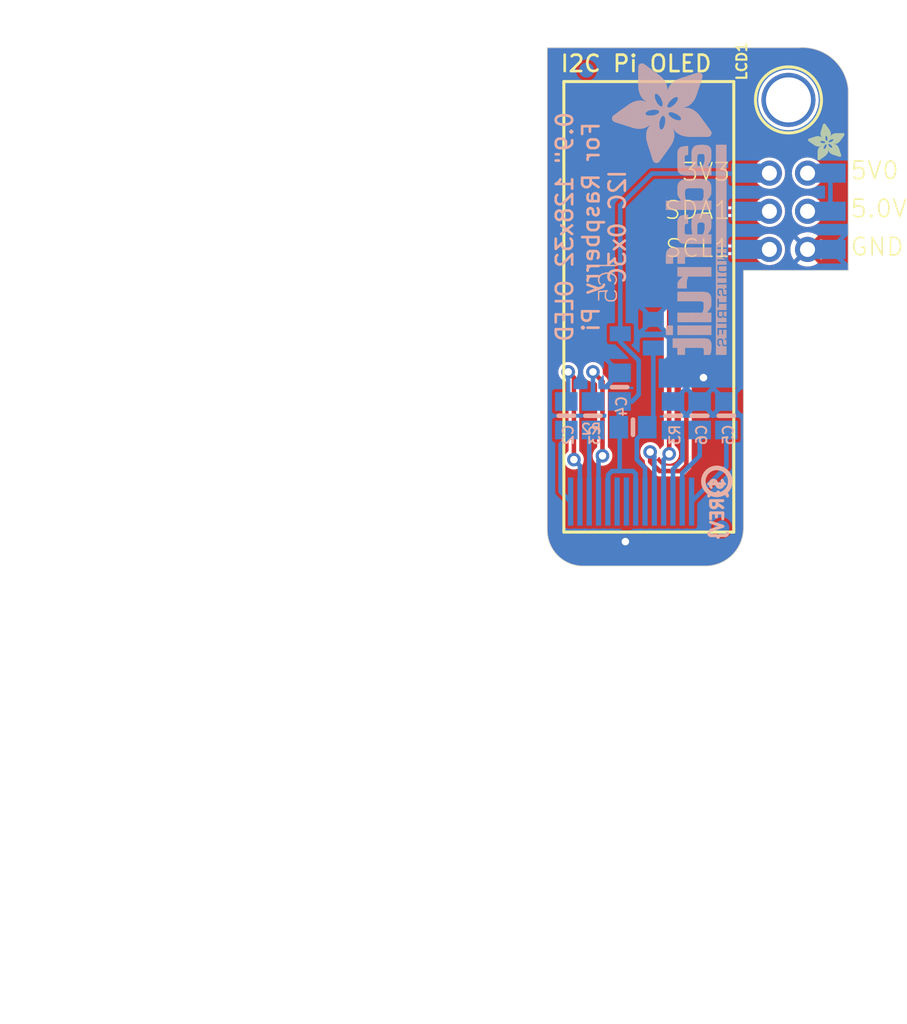
<source format=kicad_pcb>
(kicad_pcb (version 20221018) (generator pcbnew)
  (layers (0 "F.Cu" signal) (1 "In1.Cu" signal) (2 "In2.Cu" signal) (3 "In3.Cu" signal) (4 "In4.Cu" signal) (5 "In5.Cu" signal) (6 "In6.Cu" signal) (7 "In7.Cu" signal) (8 "In8.Cu" signal) (9 "In9.Cu" signal) (10 "In10.Cu" signal) (11 "In11.Cu" signal) (12 "In12.Cu" signal) (13 "In13.Cu" signal) (14 "In14.Cu" signal) (31 "B.Cu" signal) (34 "B.Paste" user) (35 "F.Paste" user) (36 "B.SilkS" user "B.Silkscreen") (37 "F.SilkS" user "F.Silkscreen") (38 "B.Mask" user) (39 "F.Mask" user) (44 "Edge.Cuts" user))
  (net 0 "")
  (net 1 "GND")
  (net 2 "SDA")
  (net 3 "SCL")
  (net 4 "+5V")
  (net 5 "3.3V")
  (net 6 "VBREF")
  (net 7 "N$1")
  (net 8 "N$2")
  (net 9 "N$3")
  (net 10 "N$4")
  (net 11 "N$5")
  (net 12 "N$7")
  (net 13 "N$6")
  (net 14 "~{OLED_RST}")
  (footprint "working:ADAFRUIT_2.5MM" (layer "F.Cu") (at 158.280167 95.242582 90)
    (fp_text reference "U$1" hide)
    (fp_text value "" hide)
  )
  (footprint "working:RASPBERRYPI_2X3_THMSMT" (layer "F.Cu") (at 154.546367 98.646182)
    (fp_text reference "RPI1" hide)
    (fp_text value "RASPBERRYPI_2X3" hide)
    (fp_text user "5V0" (at 4.064 -2.032) (layer "F.SilkS") (effects (font (size 1.1684 1.1684) (thickness 0.1016)) (justify left bottom)))
    (fp_text user "SDA1" (at -3.81 -0.762) (layer "F.SilkS") (effects (font (size 1.1684 1.1684) (thickness 0.1016)) (justify right top)))
    (fp_text user "5.0V" (at 4.064 0.508) (layer "F.SilkS") (effects (font (size 1.1684 1.1684) (thickness 0.1016)) (justify left bottom)))
    (fp_text user "GND" (at 4.064 3.048) (layer "F.SilkS") (effects (font (size 1.1684 1.1684) (thickness 0.1016)) (justify left bottom)))
    (fp_text user "3V3" (at -3.81 -3.302) (layer "F.SilkS") (effects (font (size 1.1684 1.1684) (thickness 0.1016)) (justify right top)))
    (fp_text user "SCL1" (at -3.81 1.778) (layer "F.SilkS") (effects (font (size 1.1684 1.1684) (thickness 0.1016)) (justify right top)))
    (pad "1" thru_hole circle (at -1.27 -2.54 270) (size 1.6764 1.6764) (drill 1) (layers "*.Cu" "*.Mask") (net 5 "3.3V"))
    (pad "1'" smd rect (at -2.794 -2.54 90) (size 1.27 2.032) (layers "B.Cu" "B.Paste" "B.Mask") (net 5 "3.3V"))
    (pad "2" thru_hole circle (at 1.27 -2.54 270) (size 1.6764 1.6764) (drill 1) (layers "*.Cu" "*.Mask") (net 4 "+5V"))
    (pad "2'" smd rect (at 2.794 -2.54 90) (size 1.27 2.032) (layers "B.Cu" "B.Paste" "B.Mask") (net 4 "+5V"))
    (pad "3" thru_hole circle (at -1.27 0 270) (size 1.6764 1.6764) (drill 1) (layers "*.Cu" "*.Mask") (net 2 "SDA"))
    (pad "3'" smd rect (at -2.794 0 90) (size 1.27 2.032) (layers "B.Cu" "B.Paste" "B.Mask") (net 2 "SDA"))
    (pad "4" thru_hole circle (at 1.27 0 270) (size 1.6764 1.6764) (drill 1) (layers "*.Cu" "*.Mask") (net 4 "+5V"))
    (pad "4'" smd rect (at 2.794 0 90) (size 1.27 2.032) (layers "B.Cu" "B.Paste" "B.Mask") (net 4 "+5V"))
    (pad "5" thru_hole circle (at -1.27 2.54 270) (size 1.6764 1.6764) (drill 1) (layers "*.Cu" "*.Mask") (net 3 "SCL"))
    (pad "5'" smd rect (at -2.794 2.54 90) (size 1.27 2.032) (layers "B.Cu" "B.Paste" "B.Mask") (net 3 "SCL"))
    (pad "6" thru_hole circle (at 1.27 2.54 270) (size 1.6764 1.6764) (drill 1) (layers "*.Cu" "*.Mask") (net 1 "GND"))
    (pad "6'" smd rect (at 2.794 2.54 90) (size 1.27 2.032) (layers "B.Cu" "B.Paste" "B.Mask") (net 1 "GND"))
    (zone (net 0) (net_name "") (layer "F.Cu") (connect_pads (clearance 0)) (min_thickness 0.25)
      (keepout (tracks not_allowed) (vias not_allowed) (pads not_allowed) (copperpour not_allowed) (footprints allowed))
      (fill (thermal_gap 0.5) (thermal_bridge_width 0.5))
      (polygon (pts (xy 157.644567 91.224182) (xy 157.62436 90.870809) (xy 157.564004 90.522042) (xy 157.464285 90.182429) (xy 157.326502 89.856397) (xy 157.152453 89.548195) (xy 156.944406 89.261843) (xy 156.705073 89.001073) (xy 156.437575 88.769285) (xy 156.145399 88.5695) (xy 155.832354 88.404323) (xy 155.50252 88.275907) (xy 155.160197 88.185926) (xy 154.80985 88.135554) (xy 154.456043 88.125446) (xy 154.103391 88.155736) (xy 153.75649 88.226027) (xy 153.419863 88.335404) (xy 153.097898 88.48244) (xy 152.794793 88.665219) (xy 152.514499 88.881358) (xy 152.260669 89.12804) (xy 152.036614 89.402048) (xy 151.845254 89.69981) (xy 151.689084 90.017445) (xy 151.570139 90.350811) (xy 151.48997 90.695563) (xy 151.449623 91.047207) (xy 151.449623 91.401157) (xy 151.48997 91.752801) (xy 151.570139 92.097553) (xy 151.689084 92.430919) (xy 151.845254 92.748554) (xy 152.036614 93.046316) (xy 152.260669 93.320324) (xy 152.514499 93.567006) (xy 152.794793 93.783145) (xy 153.097898 93.965924) (xy 153.419863 94.11296) (xy 153.75649 94.222337) (xy 154.103391 94.292628) (xy 154.456043 94.322918) (xy 154.80985 94.31281) (xy 155.160197 94.262438) (xy 155.50252 94.172457) (xy 155.832354 94.044041) (xy 156.145399 93.878864) (xy 156.437575 93.679079) (xy 156.705073 93.447291) (xy 156.944406 93.186521) (xy 157.152453 92.900169) (xy 157.326502 92.591967) (xy 157.464285 92.265935) (xy 157.564004 91.926322) (xy 157.62436 91.577555)))
    )
  )
  (footprint "working:UG-2832HSWEG02_WRAPUNDER" (layer "F.Cu") (at 145.326167 120.007582 -90)
    (fp_text reference "LCD1" (at -30 -6.5 -90) (layer "F.SilkS") (effects (font (size 0.666496 0.666496) (thickness 0.146304)) (justify left bottom)))
    (fp_text value "OLED 128x32")
    (pad "1" smd rect (at -2.03 5.3 90) (size 3.2 0.35) (layers "B.Cu" "B.Mask") (net 7 "N$1"))
    (pad "2" smd rect (at -2.03 4.68 90) (size 3.2 0.35) (layers "B.Cu" "B.Mask") (net 8 "N$2"))
    (pad "3" smd rect (at -2.03 4.06 90) (size 3.2 0.35) (layers "B.Cu" "B.Mask") (net 9 "N$3"))
    (pad "4" smd rect (at -2.03 3.44 90) (size 3.2 0.35) (layers "B.Cu" "B.Mask") (net 10 "N$4"))
    (pad "5" smd rect (at -2.03 2.82 90) (size 3.2 0.35) (layers "B.Cu" "B.Mask") (net 5 "3.3V"))
    (pad "6" smd rect (at -2.03 2.2 90) (size 3.2 0.35) (layers "B.Cu" "B.Mask") (net 6 "VBREF"))
    (pad "7" smd rect (at -2.03 1.58 90) (size 3.2 0.35) (layers "B.Cu" "B.Mask") (net 1 "GND"))
    (pad "8" smd rect (at -2.03 0.96 90) (size 3.2 0.35) (layers "B.Cu" "B.Mask") (net 5 "3.3V"))
    (pad "9" smd rect (at -2.03 0.34 90) (size 3.2 0.35) (layers "B.Cu" "B.Mask") (net 14 "~{OLED_RST}"))
    (pad "10" smd rect (at -2.03 -0.28 90) (size 3.2 0.35) (layers "B.Cu" "B.Mask") (net 3 "SCL"))
    (pad "11" smd rect (at -2.03 -0.9 90) (size 3.2 0.35) (layers "B.Cu" "B.Mask") (net 2 "SDA"))
    (pad "12" smd rect (at -2.03 -1.52 90) (size 3.2 0.35) (layers "B.Cu" "B.Mask") (net 12 "N$7"))
    (pad "13" smd rect (at -2.03 -2.14 90) (size 3.2 0.35) (layers "B.Cu" "B.Mask") (net 11 "N$5"))
    (pad "14" smd rect (at -2.03 -2.76 90) (size 3.2 0.35) (layers "B.Cu" "B.Mask") (net 13 "N$6"))
  )
  (footprint "working:MOUNTINGHOLE_3.0_PLATEDTHIN" (layer "F.Cu") (at 154.546367 91.229382 180)
    (fp_text reference "U$4" hide)
    (fp_text value "MOUNTINGHOLE3.0THIN" hide)
    (pad "P$1" thru_hole circle (at 0 0 180) (size 3.6 3.6) (drill 3) (layers "*.Cu" "*.Mask"))
    (zone (net 0) (net_name "") (layer "F.Cu") (connect_pads (clearance 0)) (min_thickness 0.25)
      (keepout (tracks not_allowed) (vias not_allowed) (pads not_allowed) (copperpour not_allowed) (footprints allowed))
      (fill (thermal_gap 0.5) (thermal_bridge_width 0.5))
      (polygon (pts (xy 152.530367 91.229382) (xy 152.549987 91.509955) (xy 152.608463 91.785067) (xy 152.704659 92.049363) (xy 152.836702 92.297699) (xy 153.002021 92.525242) (xy 153.1974 92.727562) (xy 153.419034 92.900722) (xy 153.662611 93.041351) (xy 153.923389 93.146712) (xy 154.196292 93.214754) (xy 154.47601 93.244154) (xy 154.757096 93.234338) (xy 155.034082 93.185498) (xy 155.301574 93.098585) (xy 155.554367 92.975289) (xy 155.787541 92.818012) (xy 155.996556 92.629813) (xy 156.177345 92.414357) (xy 156.326389 92.175837) (xy 156.440787 91.918895) (xy 156.518313 91.648532) (xy 156.557456 91.370011) (xy 156.557456 91.088753) (xy 156.518313 90.810232) (xy 156.440787 90.539869) (xy 156.326389 90.282927) (xy 156.177345 90.044407) (xy 155.996556 89.828951) (xy 155.787541 89.640752) (xy 155.554367 89.483475) (xy 155.301574 89.360179) (xy 155.034082 89.273266) (xy 154.757096 89.224426) (xy 154.47601 89.21461) (xy 154.196292 89.24401) (xy 153.923389 89.312052) (xy 153.662611 89.417413) (xy 153.419034 89.558042) (xy 153.1974 89.731202) (xy 153.002021 89.933522) (xy 152.836702 90.161065) (xy 152.704659 90.409401) (xy 152.608463 90.673697) (xy 152.549987 90.948809)))
      (polygon (pts (xy 154.562367 91.229382) (xy 154.557681 91.218068) (xy 154.546367 91.213382) (xy 154.535053 91.218068) (xy 154.530367 91.229382) (xy 154.535053 91.240696) (xy 154.546367 91.245382) (xy 154.557681 91.240696)))
    )
    (zone (net 0) (net_name "") (layer "B.Cu") (connect_pads (clearance 0)) (min_thickness 0.25)
      (keepout (tracks not_allowed) (vias not_allowed) (pads not_allowed) (copperpour not_allowed) (footprints allowed))
      (fill (thermal_gap 0.5) (thermal_bridge_width 0.5))
      (polygon (pts (xy 152.530367 91.229382) (xy 152.549987 91.509955) (xy 152.608463 91.785067) (xy 152.704659 92.049363) (xy 152.836702 92.297699) (xy 153.002021 92.525242) (xy 153.1974 92.727562) (xy 153.419034 92.900722) (xy 153.662611 93.041351) (xy 153.923389 93.146712) (xy 154.196292 93.214754) (xy 154.47601 93.244154) (xy 154.757096 93.234338) (xy 155.034082 93.185498) (xy 155.301574 93.098585) (xy 155.554367 92.975289) (xy 155.787541 92.818012) (xy 155.996556 92.629813) (xy 156.177345 92.414357) (xy 156.326389 92.175837) (xy 156.440787 91.918895) (xy 156.518313 91.648532) (xy 156.557456 91.370011) (xy 156.557456 91.088753) (xy 156.518313 90.810232) (xy 156.440787 90.539869) (xy 156.326389 90.282927) (xy 156.177345 90.044407) (xy 155.996556 89.828951) (xy 155.787541 89.640752) (xy 155.554367 89.483475) (xy 155.301574 89.360179) (xy 155.034082 89.273266) (xy 154.757096 89.224426) (xy 154.47601 89.21461) (xy 154.196292 89.24401) (xy 153.923389 89.312052) (xy 153.662611 89.417413) (xy 153.419034 89.558042) (xy 153.1974 89.731202) (xy 153.002021 89.933522) (xy 152.836702 90.161065) (xy 152.704659 90.409401) (xy 152.608463 90.673697) (xy 152.549987 90.948809)))
      (polygon (pts (xy 154.562367 91.229382) (xy 154.557681 91.218068) (xy 154.546367 91.213382) (xy 154.535053 91.218068) (xy 154.530367 91.229382) (xy 154.535053 91.240696) (xy 154.546367 91.245382) (xy 154.557681 91.240696)))
    )
  )
  (footprint "working:0805-NO" (layer "B.Cu") (at 143.294167 110.355582 -90)
    (fp_text reference "C4" (at 2.032 -0.127 -270) (layer "B.SilkS") (effects (font (size 0.692831 0.692831) (thickness 0.119969)) (justify right mirror)))
    (fp_text value "10uF")
    (pad "1" smd rect (at -0.95 0 270) (size 1.24 1.5) (layers "B.Cu" "B.Paste" "B.Mask") (net 1 "GND"))
    (pad "2" smd rect (at 0.95 0 270) (size 1.24 1.5) (layers "B.Cu" "B.Paste" "B.Mask") (net 5 "3.3V"))
  )
  (footprint "working:0805-NO" (layer "B.Cu") (at 146.850167 112.260582 -90)
    (fp_text reference "R3" (at 2.032 -0.127 -270) (layer "B.SilkS") (effects (font (size 0.692831 0.692831) (thickness 0.119969)) (justify right mirror)))
    (fp_text value "390K")
    (pad "1" smd rect (at -0.95 0 270) (size 1.24 1.5) (layers "B.Cu" "B.Paste" "B.Mask") (net 1 "GND"))
    (pad "2" smd rect (at 0.95 0 270) (size 1.24 1.5) (layers "B.Cu" "B.Paste" "B.Mask") (net 12 "N$7"))
  )
  (footprint "working:0805-NO" (layer "B.Cu") (at 148.628167 112.260582 -90)
    (fp_text reference "C6" (at 2.032 -0.127 -270) (layer "B.SilkS") (effects (font (size 0.692831 0.692831) (thickness 0.119969)) (justify right mirror)))
    (fp_text value "10uF")
    (pad "1" smd rect (at -0.95 0 270) (size 1.24 1.5) (layers "B.Cu" "B.Paste" "B.Mask") (net 1 "GND"))
    (pad "2" smd rect (at 0.95 0 270) (size 1.24 1.5) (layers "B.Cu" "B.Paste" "B.Mask") (net 11 "N$5"))
  )
  (footprint "working:0805-NO" (layer "B.Cu") (at 141.516167 112.260582 -90)
    (fp_text reference "C3" (at 2.032 -0.127 -270) (layer "B.SilkS") (effects (font (size 0.692831 0.692831) (thickness 0.119969)) (justify right mirror)))
    (fp_text value "1uF")
    (pad "1" smd rect (at -0.95 0 270) (size 1.24 1.5) (layers "B.Cu" "B.Paste" "B.Mask") (net 10 "N$4"))
    (pad "2" smd rect (at 0.95 0 270) (size 1.24 1.5) (layers "B.Cu" "B.Paste" "B.Mask") (net 9 "N$3"))
  )
  (footprint "working:SOT23" (layer "B.Cu") (at 144.437167 106.799582 -90)
    (fp_text reference "IC5" (at -1.905 1.905 -270) (layer "B.SilkS") (effects (font (size 1.176528 1.176528) (thickness 0.093472)) (justify right mirror)))
    (fp_text value "APX803")
    (pad "1" smd rect (at -0.95 -1.1 270) (size 1 1.4) (layers "B.Cu" "B.Paste" "B.Mask") (net 1 "GND"))
    (pad "2" smd rect (at 0.95 -1.1 270) (size 1 1.4) (layers "B.Cu" "B.Paste" "B.Mask") (net 14 "~{OLED_RST}"))
    (pad "3" smd rect (at 0 1.1 270) (size 1 1.4) (layers "B.Cu" "B.Paste" "B.Mask") (net 5 "3.3V"))
  )
  (footprint "working:0805-NO" (layer "B.Cu") (at 144.183167 113.022582 180)
    (fp_text reference "R2" (at 2.032 -0.127) (layer "B.SilkS") (effects (font (size 0.692831 0.692831) (thickness 0.119969)) (justify left mirror)))
    (fp_text value "10K")
    (pad "1" smd rect (at -0.95 0 180) (size 1.24 1.5) (layers "B.Cu" "B.Paste" "B.Mask") (net 14 "~{OLED_RST}"))
    (pad "2" smd rect (at 0.95 0 180) (size 1.24 1.5) (layers "B.Cu" "B.Paste" "B.Mask") (net 5 "3.3V"))
  )
  (footprint "working:PCBFEAT-REV-040" (layer "B.Cu") (at 149.771167 116.629382 -90)
    (fp_text reference "U$3" hide)
    (fp_text value "" hide)
    (fp_text user "${REV}" (at -0.3556 -0.508 90) (layer "B.SilkS") (effects (font (size 0.8128 0.8128) (thickness 0.2032)) (justify left bottom mirror)))
  )
  (footprint "working:FIDUCIAL_1MM" (layer "B.Cu") (at 150.101367 119.728182 180)
    (fp_text reference "FID3" hide)
    (fp_text value "FIDUCIAL_1MM" hide)
    (pad "1" smd roundrect (at 0 0 180) (size 1 1) (layers "B.Cu" "B.Mask") (roundrect_rratio 0.5))
  )
  (footprint "working:ADAFRUIT_TEXT_20MM" (layer "B.Cu") (at 150.406167 88.638582 -90)
    (fp_text reference "U$8" hide)
    (fp_text value "" hide)
  )
  (footprint "working:FIDUCIAL_1MM" (layer "B.Cu") (at 141.084367 89.248182 180)
    (fp_text reference "FID4" hide)
    (fp_text value "FIDUCIAL_1MM" hide)
    (pad "1" smd roundrect (at 0 0 180) (size 1 1) (layers "B.Cu" "B.Mask") (roundrect_rratio 0.5))
  )
  (footprint "working:0805-NO" (layer "B.Cu") (at 150.406167 112.260582 -90)
    (fp_text reference "C5" (at 2.032 -0.127 -270) (layer "B.SilkS") (effects (font (size 0.692831 0.692831) (thickness 0.119969)) (justify right mirror)))
    (fp_text value "10uF")
    (pad "1" smd rect (at -0.95 0 270) (size 1.24 1.5) (layers "B.Cu" "B.Paste" "B.Mask") (net 1 "GND"))
    (pad "2" smd rect (at 0.95 0 270) (size 1.24 1.5) (layers "B.Cu" "B.Paste" "B.Mask") (net 13 "N$6"))
  )
  (footprint "working:0805-NO" (layer "B.Cu") (at 139.738167 112.260582 -90)
    (fp_text reference "C2" (at 2.032 -0.127 -270) (layer "B.SilkS") (effects (font (size 0.692831 0.692831) (thickness 0.119969)) (justify right mirror)))
    (fp_text value "1uF")
    (pad "1" smd rect (at -0.95 0 270) (size 1.24 1.5) (layers "B.Cu" "B.Paste" "B.Mask") (net 8 "N$2"))
    (pad "2" smd rect (at 0.95 0 270) (size 1.24 1.5) (layers "B.Cu" "B.Paste" "B.Mask") (net 7 "N$1"))
  )
  (gr_arc (start 151.549167 119.728182) (mid 150.805218 121.524233) (end 149.009167 122.268182) (stroke (width 0.05)) (layer "Edge.Cuts"))
  (gr_arc (start 140.830367 122.268182) (mid 139.149518 121.55091) (end 138.468167 119.855182) (stroke (width 0.05)) (layer "Edge.Cuts"))
  (gr_line (start 149.009167 122.268182) (end 140.830367 122.268182) (stroke (width 0.05)) (layer "Edge.Cuts"))
  (gr_line (start 138.468167 119.855182) (end 138.468167 87.749582) (stroke (width 0.05)) (layer "Edge.Cuts"))
  (gr_line (start 151.549167 102.583182) (end 151.549167 119.728182) (stroke (width 0.05)) (layer "Edge.Cuts"))
  (gr_arc (start 155.232167 87.749582) (mid 157.461823 88.462715) (end 158.534167 90.543582) (stroke (width 0.05)) (layer "Edge.Cuts"))
  (gr_line (start 158.534167 90.543582) (end 158.534167 102.583182) (stroke (width 0.05)) (layer "Edge.Cuts"))
  (gr_line (start 158.534167 102.583182) (end 151.549167 102.583182) (stroke (width 0.05)) (layer "Edge.Cuts"))
  (gr_line (start 138.468167 87.749582) (end 155.232167 87.749582) (stroke (width 0.05)) (layer "Edge.Cuts"))
  (gr_text "0.9\" 128x32 OLED\nFor Raspberry Pi\nI2C 0x3C" (at 141.389167 99.687582 -270) (layer "B.SilkS") (effects (font (size 1.0922 1.0922) (thickness 0.1778)) (justify mirror)))
  (gr_text "I2C Pi OLED" (at 139.255567 89.451382) (layer "F.SilkS") (effects (font (size 1.0922 1.0922) (thickness 0.1778)) (justify left bottom)))
  (via (at 143.675167 120.642582) (size 0.9064) (drill 0.5) (layers "F.Cu" "B.Cu") (net 1))
  (via (at 148.882167 109.720582) (size 0.9064) (drill 0.5) (layers "F.Cu" "B.Cu") (net 1))
  (segment (start 146.596167 114.800582) (end 146.596167 100.576582) (width 0.3048) (layer "F.Cu") (net 2))
  (segment (start 146.596167 100.576582) (end 148.501167 98.671582) (width 0.3048) (layer "F.Cu") (net 2))
  (segment (start 148.501167 98.671582) (end 153.250967 98.671582) (width 0.3048) (layer "F.Cu") (net 2))
  (segment (start 153.250967 98.671582) (end 153.276367 98.646182) (width 0.3048) (layer "F.Cu") (net 2))
  (via (at 146.596167 114.800582) (size 0.9064) (drill 0.5) (layers "F.Cu" "B.Cu") (net 2))
  (segment (start 151.752367 98.646182) (end 153.276367 98.646182) (width 0.3048) (layer "B.Cu") (net 2))
  (segment (start 146.226167 115.170582) (end 146.596167 114.800582) (width 0.3048) (layer "B.Cu") (net 2))
  (segment (start 146.226167 117.977582) (end 146.226167 115.170582) (width 0.3048) (layer "B.Cu") (net 2))
  (segment (start 145.961167 115.943582) (end 147.358167 115.943582) (width 0.3048) (layer "F.Cu") (net 3))
  (segment (start 145.326167 114.673582) (end 145.326167 115.308582) (width 0.3048) (layer "F.Cu") (net 3))
  (segment (start 149.136167 101.211582) (end 153.250967 101.211582) (width 0.3048) (layer "F.Cu") (net 3))
  (segment (start 147.358167 115.943582) (end 147.739167 115.562582) (width 0.3048) (layer "F.Cu") (net 3))
  (segment (start 145.326167 115.308582) (end 145.961167 115.943582) (width 0.3048) (layer "F.Cu") (net 3))
  (segment (start 147.739167 115.562582) (end 147.739167 102.608582) (width 0.3048) (layer "F.Cu") (net 3))
  (segment (start 147.739167 102.608582) (end 149.136167 101.211582) (width 0.3048) (layer "F.Cu") (net 3))
  (segment (start 153.250967 101.211582) (end 153.276367 101.186182) (width 0.3048) (layer "F.Cu") (net 3))
  (via (at 145.326167 114.673582) (size 0.9064) (drill 0.5) (layers "F.Cu" "B.Cu") (net 3))
  (segment (start 145.606167 117.977582) (end 145.606167 114.953582) (width 0.3048) (layer "B.Cu") (net 3))
  (segment (start 145.606167 114.953582) (end 145.326167 114.673582) (width 0.3048) (layer "B.Cu") (net 3))
  (segment (start 153.276367 101.186182) (end 151.752367 101.186182) (width 0.3048) (layer "B.Cu") (net 3))
  (segment (start 157.340367 98.646182) (end 155.816367 98.646182) (width 0.3048) (layer "B.Cu") (net 4))
  (segment (start 157.340367 98.646182) (end 157.340367 96.106182) (width 0.3048) (layer "B.Cu") (net 4))
  (segment (start 155.816367 96.106182) (end 157.340367 96.106182) (width 0.3048) (layer "B.Cu") (net 4))
  (segment (start 144.122167 111.305582) (end 144.564167 110.863582) (width 0.3048) (layer "B.Cu") (net 5))
  (segment (start 143.233167 111.366582) (end 143.294167 111.305582) (width 0.3048) (layer "B.Cu") (net 5))
  (segment (start 142.786167 115.943582) (end 142.532167 116.197582) (width 0.3048) (layer "B.Cu") (net 5))
  (segment (start 143.233167 113.022582) (end 143.233167 111.366582) (width 0.3048) (layer "B.Cu") (net 5))
  (segment (start 145.453167 96.131582) (end 151.726967 96.131582) (width 0.3048) (layer "B.Cu") (net 5))
  (segment (start 151.726967 96.131582) (end 151.752367 96.106182) (width 0.3048) (layer "B.Cu") (net 5))
  (segment (start 144.366167 116.126582) (end 144.183167 115.943582) (width 0.3048) (layer "B.Cu") (net 5))
  (segment (start 143.337167 107.350582) (end 143.337167 106.799582) (width 0.3048) (layer "B.Cu") (net 5))
  (segment (start 143.294167 111.305582) (end 144.122167 111.305582) (width 0.3048) (layer "B.Cu") (net 5))
  (segment (start 143.294167 115.943582) (end 142.786167 115.943582) (width 0.3048) (layer "B.Cu") (net 5))
  (segment (start 144.564167 110.863582) (end 144.564167 108.577582) (width 0.3048) (layer "B.Cu") (net 5))
  (segment (start 142.532167 116.197582) (end 142.532167 117.951582) (width 0.3048) (layer "B.Cu") (net 5))
  (segment (start 144.366167 117.977582) (end 144.366167 116.126582) (width 0.3048) (layer "B.Cu") (net 5))
  (segment (start 143.294167 113.088582) (end 143.233167 113.022582) (width 0.3048) (layer "B.Cu") (net 5))
  (segment (start 153.276367 96.106182) (end 151.752367 96.106182) (width 0.3048) (layer "B.Cu") (net 5))
  (segment (start 144.183167 115.943582) (end 143.294167 115.943582) (width 0.3048) (layer "B.Cu") (net 5))
  (segment (start 144.564167 108.577582) (end 143.337167 107.350582) (width 0.3048) (layer "B.Cu") (net 5))
  (segment (start 143.337167 106.799582) (end 143.337167 98.247582) (width 0.3048) (layer "B.Cu") (net 5))
  (segment (start 143.337167 98.247582) (end 145.453167 96.131582) (width 0.3048) (layer "B.Cu") (net 5))
  (segment (start 143.294167 113.088582) (end 143.294167 115.943582) (width 0.3048) (layer "B.Cu") (net 5))
  (segment (start 142.532167 117.951582) (end 142.506167 117.977582) (width 0.3048) (layer "B.Cu") (net 5))
  (segment (start 139.357167 117.308582) (end 139.357167 114.165582) (width 0.3048) (layer "B.Cu") (net 7))
  (segment (start 139.738167 113.784582) (end 139.738167 113.210582) (width 0.3048) (layer "B.Cu") (net 7))
  (segment (start 139.357167 114.165582) (end 139.738167 113.784582) (width 0.3048) (layer "B.Cu") (net 7))
  (segment (start 140.026167 117.977582) (end 139.357167 117.308582) (width 0.3048) (layer "B.Cu") (net 7))
  (segment (start 140.246167 109.720582) (end 139.865167 109.339582) (width 0.3048) (layer "F.Cu") (net 8))
  (segment (start 140.246167 115.181582) (end 140.246167 109.720582) (width 0.3048) (layer "F.Cu") (net 8))
  (via (at 140.246167 115.181582) (size 0.9064) (drill 0.5) (layers "F.Cu" "B.Cu") (net 8))
  (via (at 139.865167 109.339582) (size 0.9064) (drill 0.5) (layers "F.Cu" "B.Cu") (net 8))
  (segment (start 139.865167 109.339582) (end 139.865167 111.183582) (width 0.3048) (layer "B.Cu") (net 8))
  (segment (start 139.865167 111.183582) (end 139.738167 111.310582) (width 0.3048) (layer "B.Cu") (net 8))
  (segment (start 140.646167 115.581582) (end 140.246167 115.181582) (width 0.3048) (layer "B.Cu") (net 8))
  (segment (start 140.646167 117.977582) (end 140.646167 115.581582) (width 0.3048) (layer "B.Cu") (net 8))
  (segment (start 141.266167 113.460582) (end 141.516167 113.210582) (width 0.3048) (layer "B.Cu") (net 9))
  (segment (start 141.266167 117.977582) (end 141.266167 113.460582) (width 0.3048) (layer "B.Cu") (net 9))
  (segment (start 142.151167 109.974582) (end 141.516167 109.339582) (width 0.3048) (layer "F.Cu") (net 10))
  (segment (start 142.151167 114.927582) (end 142.151167 109.974582) (width 0.3048) (layer "F.Cu") (net 10))
  (via (at 142.151167 114.927582) (size 0.9064) (drill 0.5) (layers "F.Cu" "B.Cu") (net 10))
  (via (at 141.516167 109.339582) (size 0.9064) (drill 0.5) (layers "F.Cu" "B.Cu") (net 10))
  (segment (start 141.886167 117.977582) (end 141.886167 115.192582) (width 0.3048) (layer "B.Cu") (net 10))
  (segment (start 141.886167 115.192582) (end 142.151167 114.927582) (width 0.3048) (layer "B.Cu") (net 10))
  (segment (start 141.516167 109.339582) (end 141.516167 111.310582) (width 0.3048) (layer "B.Cu") (net 10))
  (segment (start 148.628167 114.927582) (end 148.628167 113.210582) (width 0.3048) (layer "B.Cu") (net 11))
  (segment (start 147.466167 116.089582) (end 148.628167 114.927582) (width 0.3048) (layer "B.Cu") (net 11))
  (segment (start 147.466167 117.977582) (end 147.466167 116.089582) (width 0.3048) (layer "B.Cu") (net 11))
  (segment (start 146.850167 117.973582) (end 146.850167 115.816582) (width 0.3048) (layer "B.Cu") (net 12))
  (segment (start 147.485167 115.181582) (end 147.485167 113.845582) (width 0.3048) (layer "B.Cu") (net 12))
  (segment (start 146.850167 115.816582) (end 147.485167 115.181582) (width 0.3048) (layer "B.Cu") (net 12))
  (segment (start 146.846167 117.977582) (end 146.850167 117.973582) (width 0.3048) (layer "B.Cu") (net 12))
  (segment (start 147.485167 113.845582) (end 146.850167 113.210582) (width 0.3048) (layer "B.Cu") (net 12))
  (segment (start 148.086167 117.977582) (end 150.406167 115.657582) (width 0.3048) (layer "B.Cu") (net 13))
  (segment (start 150.406167 115.657582) (end 150.406167 113.210582) (width 0.3048) (layer "B.Cu") (net 13))
  (segment (start 144.986167 117.977582) (end 144.986167 115.730582) (width 0.3048) (layer "B.Cu") (net 14))
  (segment (start 144.437167 113.813572) (end 144.802576 113.448163) (width 0.3048) (layer "B.Cu") (net 14))
  (segment (start 144.802576 113.448163) (end 145.133167 113.022582) (width 0.3048) (layer "B.Cu") (net 14))
  (segment (start 144.691167 115.435582) (end 144.437167 115.181582) (width 0.3048) (layer "B.Cu") (net 14))
  (segment (start 145.133167 113.022582) (end 145.537167 112.618582) (width 0.3048) (layer "B.Cu") (net 14))
  (segment (start 144.986167 115.730582) (end 144.691167 115.435582) (width 0.3048) (layer "B.Cu") (net 14))
  (segment (start 144.691167 113.591582) (end 144.802576 113.448163) (width 0.3048) (layer "B.Cu") (net 14))
  (segment (start 145.537167 112.618582) (end 145.537167 107.749582) (width 0.3048) (layer "B.Cu") (net 14))
  (segment (start 144.437167 115.181582) (end 144.437167 113.813572) (width 0.3048) (layer "B.Cu") (net 14))
  (zone (net 1) (net_name "GND") (layer "F.Cu") (priority 6) (connect_pads (clearance 0.000001)) (min_thickness 0.127) (fill yes (thermal_gap 0.304) (thermal_bridge_width 0.304))
    (polygon (pts (xy 158.609437 122.420582) (xy 138.290833 122.420582) (xy 138.1629 87.597182) (xy 158.865304 87.597182)))
  )
  (zone (net 1) (net_name "GND") (layer "B.Cu") (priority 6) (connect_pads (clearance 0.000001)) (min_thickness 0.127) (fill yes (thermal_gap 0.304) (thermal_bridge_width 0.304))
    (polygon (pts (xy 158.609437 122.420582) (xy 138.290833 122.420582) (xy 138.1629 87.597182) (xy 158.865304 87.597182)))
  )
)
</source>
